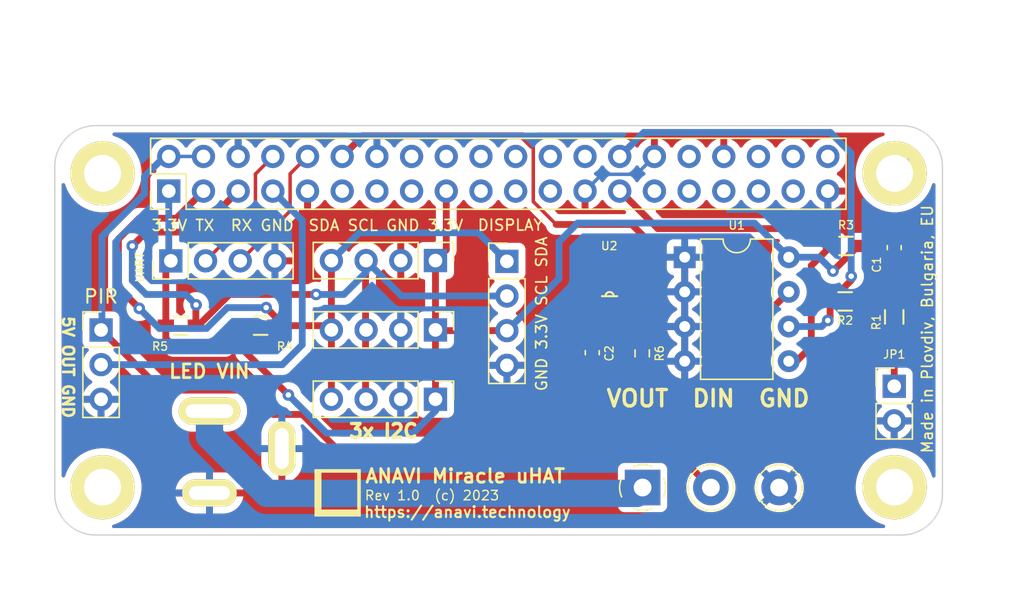
<source format=kicad_pcb>
(kicad_pcb (version 20211014) (generator pcbnew)
  (title_block (title "Anavi Infra pHAT") (date "2017-01-21") (company "Anavi Technology"))
  (layers (0 "F.Cu" signal) (31 "B.Cu" signal) (34 "B.Paste" user) (35 "F.Paste" user) (36 "B.SilkS" user "B.Silkscreen") (37 "F.SilkS" user "F.Silkscreen") (38 "B.Mask" user) (39 "F.Mask" user) (44 "Edge.Cuts" user))
  (net 0 "")
  (net 1 "+3V3")
  (net 2 "GND")
  (net 3 "+5V")
  (net 4 "Net-(JP1-Pad1)")
  (net 5 "Net-(R2-Pad2)")
  (net 6 "Net-(R3-Pad2)")
  (net 7 "/TXD")
  (net 8 "/RXD")
  (net 9 "Net-(PIR1-Pad2)")
  (net 10 "Net-(DC1-Pad3)")
  (net 11 "Net-(R4-Pad2)")
  (net 12 "Net-(R5-Pad2)")
  (net 13 "Net-(R6-Pad2)")
  (net 14 "Net-(L1-Pad2)")
  (net 16 "Net-(RASP_CONN1-Pad12)")
  (footprint "Capacitor_SMD:C_0603_1608Metric_Pad1.08x0.95mm_HandSolder" (layer "F.Cu") (at 209.97 83.94 90)
    (fp_text reference "C1" (at -1.2516 -1.2836 90) (layer "F.SilkS") (effects (font (size 0.6 0.6) (thickness 0.1))))
    (fp_text value "100nF")
    (fp_line (start -0.146267 -0.51) (end 0.146267 -0.51) (layer "F.SilkS") (width 0.12))
    (fp_line (start -0.146267 0.51) (end 0.146267 0.51) (layer "F.SilkS") (width 0.12))
    (pad "1" smd roundrect (at -0.8625 0 90) (size 1.075 0.95) (layers "F.Cu" "F.Paste" "F.Mask") (net 1 "+3V3"))
    (pad "2" smd roundrect (at 0.8625 0 90) (size 1.075 0.95) (layers "F.Cu" "F.Paste" "F.Mask") (net 2 "GND"))
  )
  (footprint "Connector_PinHeader_2.54mm:PinHeader_1x02_P2.54mm_Vertical" (layer "F.Cu") (at 209.97 94.1)
    (fp_text reference "JP1" (at 0 -2.33) (layer "F.SilkS") (effects (font (size 0.6 0.6) (thickness 0.1))))
    (fp_text value "JUMPER" hide)
    (fp_line (start -1.33 1.27) (end -1.33 3.87) (layer "F.SilkS") (width 0.12))
    (fp_line (start -1.33 -1.33) (end 0 -1.33) (layer "F.SilkS") (width 0.12))
    (fp_line (start -1.33 1.27) (end 1.33 1.27) (layer "F.SilkS") (width 0.12))
    (fp_line (start -1.33 3.87) (end 1.33 3.87) (layer "F.SilkS") (width 0.12))
    (fp_line (start 1.33 1.27) (end 1.33 3.87) (layer "F.SilkS") (width 0.12))
    (fp_line (start -1.33 0) (end -1.33 -1.33) (layer "F.SilkS") (width 0.12))
    (pad "1" thru_hole rect (at 0 0) (size 1.7 1.7) (drill 1) (layers *.Cu *.Mask) (net 4 "Net-(JP1-Pad1)"))
    (pad "2" thru_hole oval (at 0 2.54) (size 1.7 1.7) (drill 1) (layers *.Cu *.Mask) (net 2 "GND"))
  )
  (footprint "Resistors_SMD:R_0603_HandSoldering" (layer "F.Cu") (at 209.97 89.02 -90)
    (fp_text reference "R1" (at 0.388 1.309 -90) (layer "F.SilkS") (effects (font (size 0.6 0.6) (thickness 0.1))))
    (fp_text value "1K" hide)
    (fp_line (start 0.5 0.675) (end -0.5 0.675) (layer "F.SilkS") (width 0.15))
    (fp_line (start -0.5 -0.675) (end 0.5 -0.675) (layer "F.SilkS") (width 0.15))
    (pad "1" smd rect locked (at -1.1 0 270) (size 1.2 0.9) (layers "F.Cu" "F.Paste" "F.Mask") (net 1 "+3V3"))
    (pad "2" smd rect locked (at 1.1 0 270) (size 1.2 0.9) (layers "F.Cu" "F.Paste" "F.Mask") (net 4 "Net-(JP1-Pad1)"))
  )
  (footprint "Resistors_SMD:R_0603_HandSoldering" (layer "F.Cu") (at 206.375 87.884 180)
    (fp_text reference "R2" (at 0 -1.397 180) (layer "F.SilkS") (effects (font (size 0.6 0.6) (thickness 0.1))))
    (fp_text value "4.7K" hide)
    (fp_line (start -0.5 -0.675) (end 0.5 -0.675) (layer "F.SilkS") (width 0.15))
    (fp_line (start 0.5 0.675) (end -0.5 0.675) (layer "F.SilkS") (width 0.15))
    (pad "1" smd rect locked (at -1.1 0 180) (size 1.2 0.9) (layers "F.Cu" "F.Paste" "F.Mask") (net 1 "+3V3"))
    (pad "2" smd rect locked (at 1.1 0 180) (size 1.2 0.9) (layers "F.Cu" "F.Paste" "F.Mask") (net 5 "Net-(R2-Pad2)"))
  )
  (footprint "Resistors_SMD:R_0603_HandSoldering" (layer "F.Cu") (at 206.4385 83.82 180)
    (fp_text reference "R3" (at 0 1.524 180) (layer "F.SilkS") (effects (font (size 0.6 0.6) (thickness 0.1))))
    (fp_text value "4.7K" hide)
    (fp_line (start 0.5 0.675) (end -0.5 0.675) (layer "F.SilkS") (width 0.15))
    (fp_line (start -0.5 -0.675) (end 0.5 -0.675) (layer "F.SilkS") (width 0.15))
    (pad "1" smd rect locked (at -1.1 0 180) (size 1.2 0.9) (layers "F.Cu" "F.Paste" "F.Mask") (net 1 "+3V3"))
    (pad "2" smd rect locked (at 1.1 0 180) (size 1.2 0.9) (layers "F.Cu" "F.Paste" "F.Mask") (net 6 "Net-(R3-Pad2)"))
  )
  (footprint "Connector_PinHeader_2.54mm:PinHeader_2x20_P2.54mm_Vertical" (layer "F.Cu") (at 156.85 79.8 90)
    (fp_text reference "RASP_CONN1" hide)
    (fp_text value "Raspberry_PI" hide)
    (fp_line (start -1.33 0) (end -1.33 -1.33) (layer "F.SilkS") (width 0.12))
    (fp_line (start -1.33 49.59) (end 3.87 49.59) (layer "F.SilkS") (width 0.12))
    (fp_line (start 1.27 -1.33) (end 3.87 -1.33) (layer "F.SilkS") (width 0.12))
    (fp_line (start 1.27 1.27) (end 1.27 -1.33) (layer "F.SilkS") (width 0.12))
    (fp_line (start -1.33 -1.33) (end 0 -1.33) (layer "F.SilkS") (width 0.12))
    (fp_line (start -1.33 1.27) (end 1.27 1.27) (layer "F.SilkS") (width 0.12))
    (fp_line (start 3.87 -1.33) (end 3.87 49.59) (layer "F.SilkS") (width 0.12))
    (fp_line (start -1.33 1.27) (end -1.33 49.59) (layer "F.SilkS") (width 0.12))
    (pad "1" thru_hole rect (at 0 0 90) (size 1.7 1.7) (drill 1) (layers *.Cu *.Mask) (net 1 "+3V3"))
    (pad "2" thru_hole oval (at 2.54 0 90) (size 1.7 1.7) (drill 1) (layers *.Cu *.Mask) (net 3 "+5V"))
    (pad "3" thru_hole oval (at 0 2.54 90) (size 1.7 1.7) (drill 1) (layers *.Cu *.Mask) (net 11 "Net-(R4-Pad2)"))
    (pad "4" thru_hole oval (at 2.54 2.54 90) (size 1.7 1.7) (drill 1) (layers *.Cu *.Mask) (net 3 "+5V"))
    (pad "5" thru_hole oval (at 0 5.08 90) (size 1.7 1.7) (drill 1) (layers *.Cu *.Mask) (net 12 "Net-(R5-Pad2)"))
    (pad "6" thru_hole oval (at 2.54 5.08 90) (size 1.7 1.7) (drill 1) (layers *.Cu *.Mask) (net 2 "GND"))
    (pad "7" thru_hole oval (at 0 7.62 90) (size 1.7 1.7) (drill 1) (layers *.Cu *.Mask) (net 9 "Net-(PIR1-Pad2)"))
    (pad "8" thru_hole oval (at 2.54 7.62 90) (size 1.7 1.7) (drill 1) (layers *.Cu *.Mask) (net 7 "/TXD"))
    (pad "9" thru_hole oval (at 0 10.16 90) (size 1.7 1.7) (drill 1) (layers *.Cu *.Mask) (net 2 "GND"))
    (pad "10" thru_hole oval (at 2.54 10.16 90) (size 1.7 1.7) (drill 1) (layers *.Cu *.Mask) (net 8 "/RXD"))
    (pad "11" thru_hole oval (at 0 12.7 90) (size 1.7 1.7) (drill 1) (layers *.Cu *.Mask))
    (pad "12" thru_hole oval (at 2.54 12.7 90) (size 1.7 1.7) (drill 1) (layers *.Cu *.Mask) (net 16 "Net-(RASP_CONN1-Pad12)"))
    (pad "13" thru_hole oval (at 0 15.24 90) (size 1.7 1.7) (drill 1) (layers *.Cu *.Mask))
    (pad "14" thru_hole oval (at 2.54 15.24 90) (size 1.7 1.7) (drill 1) (layers *.Cu *.Mask) (net 2 "GND"))
    (pad "15" thru_hole oval (at 0 17.78 90) (size 1.7 1.7) (drill 1) (layers *.Cu *.Mask))
    (pad "16" thru_hole oval (at 2.54 17.78 90) (size 1.7 1.7) (drill 1) (layers *.Cu *.Mask))
    (pad "17" thru_hole oval (at 0 20.32 90) (size 1.7 1.7) (drill 1) (layers *.Cu *.Mask) (net 1 "+3V3"))
    (pad "18" thru_hole oval (at 2.54 20.32 90) (size 1.7 1.7) (drill 1) (layers *.Cu *.Mask))
    (pad "19" thru_hole oval (at 0 22.86 90) (size 1.7 1.7) (drill 1) (layers *.Cu *.Mask))
    (pad "20" thru_hole oval (at 2.54 22.86 90) (size 1.7 1.7) (drill 1) (layers *.Cu *.Mask))
    (pad "21" thru_hole oval (at 0 25.4 90) (size 1.7 1.7) (drill 1) (layers *.Cu *.Mask))
    (pad "22" thru_hole oval (at 2.54 25.4 90) (size 1.7 1.7) (drill 1) (layers *.Cu *.Mask))
    (pad "23" thru_hole oval (at 0 27.94 90) (size 1.7 1.7) (drill 1) (layers *.Cu *.Mask))
    (pad "24" thru_hole oval (at 2.54 27.94 90) (size 1.7 1.7) (drill 1) (layers *.Cu *.Mask))
    (pad "25" thru_hole oval (at 0 30.48 90) (size 1.7 1.7) (drill 1) (layers *.Cu *.Mask) (net 2 "GND"))
    (pad "26" thru_hole oval (at 2.54 30.48 90) (size 1.7 1.7) (drill 1) (layers *.Cu *.Mask))
    (pad "27" thru_hole oval (at 0 33.02 90) (size 1.7 1.7) (drill 1) (layers *.Cu *.Mask) (net 6 "Net-(R3-Pad2)"))
    (pad "28" thru_hole oval (at 2.54 33.02 90) (size 1.7 1.7) (drill 1) (layers *.Cu *.Mask) (net 5 "Net-(R2-Pad2)"))
    (pad "29" thru_hole oval (at 0 35.56 90) (size 1.7 1.7) (drill 1) (layers *.Cu *.Mask))
    (pad "30" thru_hole oval (at 2.54 35.56 90) (size 1.7 1.7) (drill 1) (layers *.Cu *.Mask) (net 2 "GND"))
    (pad "31" thru_hole oval (at 0 38.1 90) (size 1.7 1.7) (drill 1) (layers *.Cu *.Mask))
    (pad "32" thru_hole oval (at 2.54 38.1 90) (size 1.7 1.7) (drill 1) (layers *.Cu *.Mask))
    (pad "33" thru_hole oval (at 0 40.64 90) (size 1.7 1.7) (drill 1) (layers *.Cu *.Mask))
    (pad "34" thru_hole oval (at 2.54 40.64 90) (size 1.7 1.7) (drill 1) (layers *.Cu *.Mask) (net 2 "GND"))
    (pad "35" thru_hole oval (at 0 43.18 90) (size 1.7 1.7) (drill 1) (layers *.Cu *.Mask))
    (pad "36" thru_hole oval (at 2.54 43.18 90) (size 1.7 1.7) (drill 1) (layers *.Cu *.Mask))
    (pad "37" thru_hole oval (at 0 45.72 90) (size 1.7 1.7) (drill 1) (layers *.Cu *.Mask))
    (pad "38" thru_hole oval (at 2.54 45.72 90) (size 1.7 1.7) (drill 1) (layers *.Cu *.Mask))
    (pad "39" thru_hole oval (at 0 48.26 90) (size 1.7 1.7) (drill 1) (layers *.Cu *.Mask) (net 2 "GND"))
    (pad "40" thru_hole oval (at 2.54 48.26 90) (size 1.7 1.7) (drill 1) (layers *.Cu *.Mask))
  )
  (footprint "Connector_PinHeader_2.54mm:PinHeader_1x04_P2.54mm_Vertical" (layer "F.Cu") (at 176.3785 95.0525 -90)
    (fp_text reference "SENS1" hide)
    (fp_text value "I2C_SENS_1" hide)
    (fp_line (start -1.33 -1.33) (end 0 -1.33) (layer "F.SilkS") (width 0.12))
    (fp_line (start -1.33 8.95) (end 1.33 8.95) (layer "F.SilkS") (width 0.12))
    (fp_line (start -1.33 0) (end -1.33 -1.33) (layer "F.SilkS") (width 0.12))
    (fp_line (start -1.33 1.27) (end 1.33 1.27) (layer "F.SilkS") (width 0.12))
    (fp_line (start 1.33 1.27) (end 1.33 8.95) (layer "F.SilkS") (width 0.12))
    (fp_line (start -1.33 1.27) (end -1.33 8.95) (layer "F.SilkS") (width 0.12))
    (pad "1" thru_hole rect (at 0 0 270) (size 1.7 1.7) (drill 1) (layers *.Cu *.Mask) (net 1 "+3V3"))
    (pad "2" thru_hole oval (at 0 2.54 270) (size 1.7 1.7) (drill 1) (layers *.Cu *.Mask) (net 2 "GND"))
    (pad "3" thru_hole oval (at 0 5.08 270) (size 1.7 1.7) (drill 1) (layers *.Cu *.Mask) (net 12 "Net-(R5-Pad2)"))
    (pad "4" thru_hole oval (at 0 7.62 270) (size 1.7 1.7) (drill 1) (layers *.Cu *.Mask) (net 11 "Net-(R4-Pad2)"))
  )
  (footprint "Connector_PinHeader_2.54mm:PinHeader_1x04_P2.54mm_Vertical" (layer "F.Cu") (at 176.3785 89.9725 -90)
    (fp_text reference "SENS2" hide)
    (fp_text value "I2C_SENS_1" hide)
    (fp_line (start -1.33 8.95) (end 1.33 8.95) (layer "F.SilkS") (width 0.12))
    (fp_line (start -1.33 -1.33) (end 0 -1.33) (layer "F.SilkS") (width 0.12))
    (fp_line (start 1.33 1.27) (end 1.33 8.95) (layer "F.SilkS") (width 0.12))
    (fp_line (start -1.33 1.27) (end -1.33 8.95) (layer "F.SilkS") (width 0.12))
    (fp_line (start -1.33 0) (end -1.33 -1.33) (layer "F.SilkS") (width 0.12))
    (fp_line (start -1.33 1.27) (end 1.33 1.27) (layer "F.SilkS") (width 0.12))
    (pad "1" thru_hole rect (at 0 0 270) (size 1.7 1.7) (drill 1) (layers *.Cu *.Mask) (net 1 "+3V3"))
    (pad "2" thru_hole oval (at 0 2.54 270) (size 1.7 1.7) (drill 1) (layers *.Cu *.Mask) (net 2 "GND"))
    (pad "3" thru_hole oval (at 0 5.08 270) (size 1.7 1.7) (drill 1) (layers *.Cu *.Mask) (net 12 "Net-(R5-Pad2)"))
    (pad "4" thru_hole oval (at 0 7.62 270) (size 1.7 1.7) (drill 1) (layers *.Cu *.Mask) (net 11 "Net-(R4-Pad2)"))
  )
  (footprint "Connector_PinHeader_2.54mm:PinHeader_1x04_P2.54mm_Vertical" (layer "F.Cu") (at 176.3785 84.8925 -90)
    (fp_text reference "SENS3" hide)
    (fp_text value "I2C_SENS_1" hide)
    (fp_line (start 1.33 1.27) (end 1.33 8.95) (layer "F.SilkS") (width 0.12))
    (fp_line (start -1.33 1.27) (end 1.33 1.27) (layer "F.SilkS") (width 0.12))
    (fp_line (start -1.33 1.27) (end -1.33 8.95) (layer "F.SilkS") (width 0.12))
    (fp_line (start -1.33 0) (end -1.33 -1.33) (layer "F.SilkS") (width 0.12))
    (fp_line (start -1.33 8.95) (end 1.33 8.95) (layer "F.SilkS") (width 0.12))
    (fp_line (start -1.33 -1.33) (end 0 -1.33) (layer "F.SilkS") (width 0.12))
    (pad "1" thru_hole rect (at 0 0 270) (size 1.7 1.7) (drill 1) (layers *.Cu *.Mask) (net 1 "+3V3"))
    (pad "2" thru_hole oval (at 0 2.54 270) (size 1.7 1.7) (drill 1) (layers *.Cu *.Mask) (net 2 "GND"))
    (pad "3" thru_hole oval (at 0 5.08 270) (size 1.7 1.7) (drill 1) (layers *.Cu *.Mask) (net 12 "Net-(R5-Pad2)"))
    (pad "4" thru_hole oval (at 0 7.62 270) (size 1.7 1.7) (drill 1) (layers *.Cu *.Mask) (net 11 "Net-(R4-Pad2)"))
  )
  (footprint "Package_DIP:DIP-8_W7.62mm" (layer "F.Cu") (at 194.6275 84.6455)
    (fp_text reference "U1" (at 3.81 -2.33) (layer "F.SilkS") (effects (font (size 0.6 0.6) (thickness 0.1))))
    (fp_text value "CAT24C32WI-GT3")
    (fp_line (start 2.81 -1.33) (end 1.16 -1.33) (layer "F.SilkS") (width 0.12))
    (fp_line (start 1.16 -1.33) (end 1.16 8.95) (layer "F.SilkS") (width 0.12))
    (fp_line (start 6.46 -1.33) (end 4.81 -1.33) (layer "F.SilkS") (width 0.12))
    (fp_line (start 6.46 8.95) (end 6.46 -1.33) (layer "F.SilkS") (width 0.12))
    (fp_line (start 1.16 8.95) (end 6.46 8.95) (layer "F.SilkS") (width 0.12))
    (fp_arc (start 4.81 -1.33) (mid 3.81 -0.33) (end 2.81 -1.33) (layer "F.SilkS") (width 0.12))
    (pad "1" thru_hole rect (at 0 0) (size 1.6 1.6) (drill 0.8) (layers *.Cu *.Mask) (net 2 "GND"))
    (pad "2" thru_hole oval (at 0 2.54) (size 1.6 1.6) (drill 0.8) (layers *.Cu *.Mask) (net 2 "GND"))
    (pad "3" thru_hole oval (at 0 5.08) (size 1.6 1.6) (drill 0.8) (layers *.Cu *.Mask) (net 2 "GND"))
    (pad "4" thru_hole oval (at 0 7.62) (size 1.6 1.6) (drill 0.8) (layers *.Cu *.Mask) (net 2 "GND"))
    (pad "5" thru_hole oval (at 7.62 7.62) (size 1.6 1.6) (drill 0.8) (layers *.Cu *.Mask) (net 6 "Net-(R3-Pad2)"))
    (pad "6" thru_hole oval (at 7.62 5.08) (size 1.6 1.6) (drill 0.8) (layers *.Cu *.Mask) (net 5 "Net-(R2-Pad2)"))
    (pad "7" thru_hole oval (at 7.62 2.54) (size 1.6 1.6) (drill 0.8) (layers *.Cu *.Mask) (net 4 "Net-(JP1-Pad1)"))
    (pad "8" thru_hole oval (at 7.62 0) (size 1.6 1.6) (drill 0.8) (layers *.Cu *.Mask) (net 1 "+3V3"))
  )
  (footprint "Connector_PinHeader_2.54mm:PinHeader_1x04_P2.54mm_Vertical" (layer "F.Cu") (at 157.0035 84.9125 90)
    (fp_text reference "UART" (at -0.4823 -2.2667 90) (layer "F.SilkS") (effects (font (size 0.6 0.6) (thickness 0.1))))
    (fp_text value "CONN_01X04" hide)
    (fp_line (start -1.33 -1.33) (end 0 -1.33) (layer "F.SilkS") (width 0.12))
    (fp_line (start -1.33 1.27) (end 1.33 1.27) (layer "F.SilkS") (width 0.12))
    (fp_line (start 1.33 1.27) (end 1.33 8.95) (layer "F.SilkS") (width 0.12))
    (fp_line (start -1.33 1.27) (end -1.33 8.95) (layer "F.SilkS") (width 0.12))
    (fp_line (start -1.33 0) (end -1.33 -1.33) (layer "F.SilkS") (width 0.12))
    (fp_line (start -1.33 8.95) (end 1.33 8.95) (layer "F.SilkS") (width 0.12))
    (pad "1" thru_hole rect (at 0 0 90) (size 1.7 1.7) (drill 1) (layers *.Cu *.Mask) (net 1 "+3V3"))
    (pad "2" thru_hole oval (at 0 2.54 90) (size 1.7 1.7) (drill 1) (layers *.Cu *.Mask) (net 7 "/TXD"))
    (pad "3" thru_hole oval (at 0 5.08 90) (size 1.7 1.7) (drill 1) (layers *.Cu *.Mask) (net 8 "/RXD"))
    (pad "4" thru_hole oval (at 0 7.62 90) (size 1.7 1.7) (drill 1) (layers *.Cu *.Mask) (net 2 "GND"))
  )
  (footprint "logo:anavi-logo" (layer "F.Cu") (at 169.2148 101.9556)
    (fp_text reference "" hide)
    (fp_text value "LOGO" hide)
    (fp_poly (pts (xy 1.693334 1.693334) (xy -1.693333 1.693334) (xy -1.693333 -1.524) (xy -1.185333 -1.524) (xy -1.185333 1.185334) (xy 1.439334 1.185334) (xy 1.439334 -1.524) (xy -1.185333 -1.524) (xy -1.693333 -1.524) (xy -1.693333 -1.778) (xy 1.693334 -1.778) (xy 1.693334 1.693334)) (layer "F.SilkS") (width 0.01) (fill solid))
  )
  (footprint "Mounting_Holes:MountingHole_2.7mm_M2.5_DIN965_Pad" (layer "F.Cu") (at 152 78.5)
    (fp_text reference "REF1" hide)
    (fp_text value "MountingHole_2.7mm_M2.5_DIN965_Pad" hide)
    (pad "1" thru_hole circle locked (at 0 0) (size 4.7 4.7) (drill 2.7) (layers *.Cu *.Mask "F.SilkS"))
  )
  (footprint "Mounting_Holes:MountingHole_2.7mm_M2.5_DIN965_Pad" (layer "F.Cu") (at 210 78.5)
    (fp_text reference "REF2" hide)
    (fp_text value "MountingHole_2.7mm_M2.5_DIN965_Pad" hide)
    (pad "2" thru_hole circle locked (at 0 0) (size 4.7 4.7) (drill 2.7) (layers *.Cu *.Mask "F.SilkS"))
  )
  (footprint "Mounting_Holes:MountingHole_2.7mm_M2.5_DIN965_Pad" (layer "F.Cu") (at 210 101.5)
    (fp_text reference "REF3" hide)
    (fp_text value "MountingHole_2.7mm_M2.5_DIN965_Pad" hide)
    (pad "3" thru_hole circle locked (at 0 0) (size 4.7 4.7) (drill 2.7) (layers *.Cu *.Mask "F.SilkS"))
  )
  (footprint "Mounting_Holes:MountingHole_2.7mm_M2.5_DIN965_Pad" (layer "F.Cu") (at 152 101.5)
    (fp_text reference "REF4" hide)
    (fp_text value "MountingHole_2.7mm_M2.5_DIN965_Pad" hide)
    (pad "4" thru_hole circle locked (at 0 0) (size 4.7 4.7) (drill 2.7) (layers *.Cu *.Mask "F.SilkS"))
  )
  (footprint "w_conn_misc:dc_socket" (layer "F.Cu") (at 159.8295 102.1715)
    (fp_text reference "DC1" hide)
    (fp_text value "dc_jack" hide)
    (pad "1" thru_hole oval (at 5.30098 -3.50012) (size 1.99898 4.0005) (drill oval 1.00076 2.99974) (layers *.Cu *.Mask "F.SilkS") (net 2 "GND"))
    (pad "2" thru_hole oval (at 0 -0.24892) (size 4.0005 1.99898) (drill oval 2.99974 1.00076) (layers *.Cu *.Mask "F.SilkS") (net 2 "GND"))
    (pad "3" thru_hole oval (at 0 -6.25094) (size 4.50088 1.99898) (drill oval 3.50012 1.00076) (layers *.Cu *.Mask "F.SilkS") (net 10 "Net-(DC1-Pad3)"))
  )
  (footprint "Connector_PinHeader_2.54mm:PinHeader_1x03_P2.54mm_Vertical" (layer "F.Cu") (at 151.892 89.9795)
    (fp_text reference "PIR" (at 0 -2.4511) (layer "F.SilkS"))
    (fp_text value "CONN_01X03" hide)
    (fp_line (start -1.33 0) (end -1.33 -1.33) (layer "F.SilkS") (width 0.12))
    (fp_line (start -1.33 -1.33) (end 0 -1.33) (layer "F.SilkS") (width 0.12))
    (fp_line (start -1.33 6.41) (end 1.33 6.41) (layer "F.SilkS") (width 0.12))
    (fp_line (start 1.33 1.27) (end 1.33 6.41) (layer "F.SilkS") (width 0.12))
    (fp_line (start -1.33 1.27) (end 1.33 1.27) (layer "F.SilkS") (width 0.12))
    (fp_line (start -1.33 1.27) (end -1.33 6.41) (layer "F.SilkS") (width 0.12))
    (pad "1" thru_hole rect (at 0 0) (size 1.7 1.7) (drill 1) (layers *.Cu *.Mask) (net 3 "+5V"))
    (pad "2" thru_hole oval (at 0 2.54) (size 1.7 1.7) (drill 1) (layers *.Cu *.Mask) (net 9 "Net-(PIR1-Pad2)"))
    (pad "3" thru_hole oval (at 0 5.08) (size 1.7 1.7) (drill 1) (layers *.Cu *.Mask) (net 2 "GND"))
  )
  (footprint "Resistors_SMD:R_0603_HandSoldering" (layer "F.Cu") (at 163.576 89.662)
    (fp_text reference "R4" (at 1.778 1.524) (layer "F.SilkS") (effects (font (size 0.6 0.6) (thickness 0.1))))
    (fp_text value "4.7K")
    (fp_line (start 0.5 0.675) (end -0.5 0.675) (layer "F.SilkS") (width 0.15))
    (fp_line (start -0.5 -0.675) (end 0.5 -0.675) (layer "F.SilkS") (width 0.15))
    (pad "1" smd rect locked (at -1.1 0) (size 1.2 0.9) (layers "F.Cu" "F.Paste" "F.Mask") (net 1 "+3V3"))
    (pad "2" smd rect locked (at 1.1 0) (size 1.2 0.9) (layers "F.Cu" "F.Paste" "F.Mask") (net 11 "Net-(R4-Pad2)"))
  )
  (footprint "Resistors_SMD:R_0603_HandSoldering" (layer "F.Cu") (at 157.734 89.662)
    (fp_text reference "R5" (at -1.524 1.524) (layer "F.SilkS") (effects (font (size 0.6 0.6) (thickness 0.1))))
    (fp_text value "4.7K")
    (fp_line (start -0.5 -0.675) (end 0.5 -0.675) (layer "F.SilkS") (width 0.15))
    (fp_line (start 0.5 0.675) (end -0.5 0.675) (layer "F.SilkS") (width 0.15))
    (pad "1" smd rect locked (at -1.1 0) (size 1.2 0.9) (layers "F.Cu" "F.Paste" "F.Mask") (net 1 "+3V3"))
    (pad "2" smd rect locked (at 1.1 0) (size 1.2 0.9) (layers "F.Cu" "F.Paste" "F.Mask") (net 12 "Net-(R5-Pad2)"))
  )
  (footprint "Capacitor_SMD:C_0603_1608Metric_Pad1.08x0.95mm_HandSolder" (layer "F.Cu") (at 187.8584 91.6432 -90)
    (fp_text reference "C2" (at 0.0508 -1.2446 -90) (layer "F.SilkS") (effects (font (size 0.6 0.6) (thickness 0.1))))
    (fp_text value "100nF")
    (fp_line (start -0.146267 0.51) (end 0.146267 0.51) (layer "F.SilkS") (width 0.12))
    (fp_line (start -0.146267 -0.51) (end 0.146267 -0.51) (layer "F.SilkS") (width 0.12))
    (pad "1" smd roundrect (at -0.8625 0 270) (size 1.075 0.95) (layers "F.Cu" "F.Paste" "F.Mask") (net 3 "+5V"))
    (pad "2" smd roundrect (at 0.8625 0 270) (size 1.075 0.95) (layers "F.Cu" "F.Paste" "F.Mask") (net 2 "GND"))
  )
  (footprint "TerminalBlock_Phoenix:TerminalBlock_Phoenix_MKDS-1,5-3_1x03_P5.00mm_Horizontal" (layer "F.Cu") (at 191.5452 101.524)
    (fp_text reference "L1" hide)
    (fp_text value "Screw_Terminal_01x03" hide)
    (fp_line (start 3.773 1.023) (end 3.726 1.069) (layer "F.SilkS") (width 0.12))
    (fp_line (start 8.773 1.023) (end 8.726 1.069) (layer "F.SilkS") (width 0.12))
    (fp_line (start 6.07 -1.275) (end 6.035 -1.239) (layer "F.SilkS") (width 0.12))
    (fp_line (start 6.275 -1.069) (end 6.228 -1.023) (layer "F.SilkS") (width 0.12))
    (fp_line (start 3.966 1.239) (end 3.931 1.274) (layer "F.SilkS") (width 0.12))
    (fp_line (start 11.07 -1.275) (end 11.035 -1.239) (layer "F.SilkS") (width 0.12))
    (fp_line (start 8.966 1.239) (end 8.931 1.274) (layer "F.SilkS") (width 0.12))
    (fp_line (start 11.275 -1.069) (end 11.228 -1.023) (layer "F.SilkS") (width 0.12))
    (fp_arc (start 0.028805 1.680253) (mid -0.335551 1.646659) (end -0.684 1.535) (layer "F.SilkS") (width 0.12))
    (fp_arc (start -0.683042 -1.535427) (mid 0.000524 -1.680501) (end 0.684 -1.535) (layer "F.SilkS") (width 0.12))
    (fp_arc (start 1.535427 -0.683042) (mid 1.680501 0.000524) (end 1.535 0.684) (layer "F.SilkS") (width 0.12))
    (fp_arc (start 0.683318 1.534756) (mid 0.349292 1.643288) (end 0 1.68) (layer "F.SilkS") (width 0.12))
    (fp_arc (start -1.535427 0.683042) (mid -1.680501 -0.000524) (end -1.535 -0.684) (layer "F.SilkS") (width 0.12))
    (fp_circle (center 5 0) (end 6.68 0) (layer "F.SilkS") (width 0.12) (fill none))
    (fp_circle (center 10 0) (end 11.68 0) (layer "F.SilkS") (width 0.12) (fill none))
    (pad "1" thru_hole rect (at 0 0) (size 2.6 2.6) (drill 1.3) (layers *.Cu *.Mask) (net 10 "Net-(DC1-Pad3)"))
    (pad "2" thru_hole circle (at 5 0) (size 2.6 2.6) (drill 1.3) (layers *.Cu *.Mask) (net 14 "Net-(L1-Pad2)"))
    (pad "3" thru_hole circle (at 10 0) (size 2.6 2.6) (drill 1.3) (layers *.Cu *.Mask) (net 2 "GND"))
  )
  (footprint "74LVC1G17W5-7:SOT95P280X145-5N" (layer "F.Cu") (at 189.1284 85.9536 180)
    (fp_text reference "U2" (at 0.0254 2.1336 180) (layer "F.SilkS") (effects (font (size 0.6 0.6) (thickness 0.1))))
    (fp_text value "74LVC1G17W5-7")
    (fp_line (start 0.5588 -1.5494) (end 0.3048 -1.5494) (layer "F.SilkS") (width 0.1524))
    (fp_line (start -0.3048 -1.5494) (end -0.5588 -1.5494) (layer "F.SilkS") (width 0.1524))
    (fp_line (start 0.3048 -1.5494) (end -0.3048 -1.5494) (layer "F.SilkS") (width 0.1524))
    (fp_arc (start 0.3048 -1.5494) (mid 0 -1.2446) (end -0.3048 -1.5494) (layer "F.SilkS") (width 0.1524))
    (pad "1" smd rect locked (at -1.27 -0.9398 180) (size 1.3208 0.5588) (layers "F.Cu" "F.Paste" "F.Mask"))
    (pad "2" smd rect locked (at -1.27 0 180) (size 1.3208 0.5588) (layers "F.Cu" "F.Paste" "F.Mask") (net 16 "Net-(RASP_CONN1-Pad12)"))
    (pad "3" smd rect locked (at -1.27 0.9398 180) (size 1.3208 0.5588) (layers "F.Cu" "F.Paste" "F.Mask") (net 2 "GND"))
    (pad "4" smd rect locked (at 1.27 0.9398 180) (size 1.3208 0.5588) (layers "F.Cu" "F.Paste" "F.Mask") (net 13 "Net-(R6-Pad2)"))
    (pad "5" smd rect locked (at 1.27 -0.9398 180) (size 1.3208 0.5588) (layers "F.Cu" "F.Paste" "F.Mask") (net 3 "+5V"))
  )
  (footprint "Resistor_SMD:R_0603_1608Metric_Pad0.98x0.95mm_HandSolder" (layer "F.Cu") (at 191.516 91.694 90)
    (fp_text reference "R6" (at 0 1.27 90) (layer "F.SilkS") (effects (font (size 0.6 0.6) (thickness 0.1))))
    (fp_text value "330R")
    (fp_line (start -0.254724 -0.5225) (end 0.254724 -0.5225) (layer "F.SilkS") (width 0.12))
    (fp_line (start -0.254724 0.5225) (end 0.254724 0.5225) (layer "F.SilkS") (width 0.12))
    (pad "1" smd roundrect (at -0.9125 0 90) (size 0.975 0.95) (layers "F.Cu" "F.Paste" "F.Mask") (net 14 "Net-(L1-Pad2)"))
    (pad "2" smd roundrect (at 0.9125 0 90) (size 0.975 0.95) (layers "F.Cu" "F.Paste" "F.Mask") (net 13 "Net-(R6-Pad2)"))
  )
  (footprint "Connector_PinHeader_2.54mm:PinHeader_1x04_P2.54mm_Vertical" (layer "F.Cu") (at 181.61 84.9476)
    (fp_text reference "SENS4" hide)
    (fp_text value "CONN_01X04" hide)
    (fp_line (start -1.33 8.95) (end 1.33 8.95) (layer "F.SilkS") (width 0.12))
    (fp_line (start -1.33 0) (end -1.33 -1.33) (layer "F.SilkS") (width 0.12))
    (fp_line (start -1.33 1.27) (end -1.33 8.95) (layer "F.SilkS") (width 0.12))
    (fp_line (start -1.33 1.27) (end 1.33 1.27) (layer "F.SilkS") (width 0.12))
    (fp_line (start 1.33 1.27) (end 1.33 8.95) (layer "F.SilkS") (width 0.12))
    (fp_line (start -1.33 -1.33) (end 0 -1.33) (layer "F.SilkS") (width 0.12))
    (pad "1" thru_hole rect (at 0 0) (size 1.7 1.7) (drill 1) (layers *.Cu *.Mask) (net 11 "Net-(R4-Pad2)"))
    (pad "2" thru_hole oval (at 0 2.54) (size 1.7 1.7) (drill 1) (layers *.Cu *.Mask) (net 12 "Net-(R5-Pad2)"))
    (pad "3" thru_hole oval (at 0 5.08) (size 1.7 1.7) (drill 1) (layers *.Cu *.Mask) (net 1 "+3V3"))
    (pad "4" thru_hole oval (at 0 7.62) (size 1.7 1.7) (drill 1) (layers *.Cu *.Mask) (net 2 "GND"))
  )
  (gr_arc (start 151.5011 105.0036) (mid 149.37978 104.12492) (end 148.5011 102.0036) (layer "Edge.Cuts") (width 0.1))
  (gr_circle (center 211.0011 101.5036) (end 211.0011 101.5036) (layer "Edge.Cuts") (width 0.1) (fill none))
  (gr_circle (center 152.0011 101.5036) (end 152.0011 101.5036) (layer "Edge.Cuts") (width 0.1) (fill none))
  (gr_arc (start 213.5011 102.0036) (mid 212.62242 104.12492) (end 210.5011 105.0036) (layer "Edge.Cuts") (width 0.1))
  (gr_line (start 151.5011 75.0036) (end 210.5011 75.0036) (layer "Edge.Cuts") (width 0.1))
  (gr_arc (start 148.5011 78.0036) (mid 149.37978 75.88228) (end 151.5011 75.0036) (layer "Edge.Cuts") (width 0.1))
  (gr_line (start 148.5011 102.0036) (end 148.5011 78.0036) (layer "Edge.Cuts") (width 0.1))
  (gr_circle (center 211.0011 77.5036) (end 211.0011 77.5036) (layer "Edge.Cuts") (width 0.1) (fill none))
  (gr_arc (start 210.5011 75.0036) (mid 212.62242 75.88228) (end 213.5011 78.0036) (layer "Edge.Cuts") (width 0.1))
  (gr_line (start 210.5011 105.0036) (end 151.5011 105.0036) (layer "Edge.Cuts") (width 0.1))
  (gr_circle (center 152.0011 77.5036) (end 152.0011 77.5036) (layer "Edge.Cuts") (width 0.1) (fill none))
  (gr_line (start 213.5011 78.0036) (end 213.5011 102.0036) (layer "Edge.Cuts") (width 0.1))
  (gr_text "Rev 1.0  (c) 2023" (at 176.1236 102.108) (layer "F.SilkS") (effects (font (size 0.7 0.7) (thickness 0.1))))
  (gr_text "ANAVI Miracle uHAT" (at 178.562 100.6856) (layer "F.SilkS") (effects (font (size 1 1) (thickness 0.2))))
  (gr_text "3x I2C" (at 172.5676 97.3836) (layer "F.SilkS") (effects (font (size 1 1) (thickness 0.25))))
  (gr_text "LED VIN" (at 159.8168 93.0148) (layer "F.SilkS") (effects (font (size 1 1) (thickness 0.2))))
  (gr_text "VOUT  DIN  GND" (at 196.342 94.996) (layer "F.SilkS") (effects (font (size 1.2 1.2) (thickness 0.25))))
  (gr_text "https://anavi.technology" (at 178.7144 103.3272) (layer "F.SilkS") (effects (font (size 0.8 0.8))))
  (gr_text "SDA SCL GND 3.3V" (at 172.7485 82.3125) (layer "F.SilkS") (effects (font (size 0.8 0.8) (thickness 0.125))))
  (gr_text "Made in Plovdiv, Bulgaria, EU" (at 212.3948 89.916 90) (layer "F.SilkS") (effects (font (size 0.8 0.8) (thickness 0.125))))
  (gr_text "DISPLAY" (at 181.864 82.296) (layer "F.SilkS") (effects (font (size 0.8 0.8) (thickness 0.125))))
  (gr_text "GND 3.3V SCL SDA" (at 184.15 88.7984 90) (layer "F.SilkS") (effects (font (size 0.8 0.8) (thickness 0.125))))
  (gr_text "3.3V TX  RX GND" (at 160.8035 82.3125) (layer "F.SilkS") (effects (font (size 0.8 0.8) (thickness 0.125))))
  (gr_text "5V OUT GND" (at 149.479 92.71 270) (layer "F.SilkS") (effects (font (size 0.8 0.8) (thickness 0.2))))
  (segment (start 207.3275 83.82) (end 205.486 85.6615) (width 0.5) (layer "F.Cu") (net 1))
  (segment (start 156.634 90.594) (end 157.226 91.186) (width 0.5) (layer "F.Cu") (net 1))
  (segment (start 157.226 91.186) (end 160.952 91.186) (width 0.5) (layer "F.Cu") (net 1))
  (segment (start 160.952 91.186) (end 162.476 89.662) (width 0.5) (layer "F.Cu") (net 1))
  (segment (start 162.476 91.61) (end 165.608 94.742) (width 0.5) (layer "F.Cu") (net 1))
  (segment (start 208.9875 83.82) (end 209.97 84.8025) (width 0.5) (layer "F.Cu") (net 1))
  (segment (start 156.634 89.662) (end 156.634 85.282) (width 0.5) (layer "F.Cu") (net 1))
  (segment (start 176.3785 84.8925) (end 176.3785 89.9725) (width 0.5) (layer "F.Cu") (net 1))
  (segment (start 207.5385 83.82) (end 208.9875 83.82) (width 0.5) (layer "F.Cu") (net 1))
  (segment (start 207.475 87.884) (end 209.934 87.884) (width 0.5) (layer "F.Cu") (net 1))
  (segment (start 176.4336 90.0276) (end 176.3785 89.9725) (width 0.5) (layer "F.Cu") (net 1))
  (segment (start 209.97 84.8025) (end 209.97 87.92) (width 0.5) (layer "F.Cu") (net 1))
  (segment (start 207.5385 83.82) (end 207.3275 83.82) (width 0.5) (layer "F.Cu") (net 1))
  (segment (start 156.634 89.662) (end 156.634 90.594) (width 0.5) (layer "F.Cu") (net 1))
  (segment (start 177.17 79.8) (end 177.17 84.101) (width 0.5) (layer "F.Cu") (net 1))
  (segment (start 176.3785 95.0525) (end 176.3785 89.9725) (width 0.5) (layer "F.Cu") (net 1))
  (segment (start 177.17 84.101) (end 176.3785 84.8925) (width 0.5) (layer "F.Cu") (net 1))
  (segment (start 209.934 87.884) (end 209.97 87.92) (width 0.5) (layer "F.Cu") (net 1))
  (segment (start 162.476 89.662) (end 162.476 91.61) (width 0.5) (layer "F.Cu") (net 1))
  (segment (start 181.61 90.0276) (end 176.4336 90.0276) (width 0.5) (layer "F.Cu") (net 1))
  (segment (start 156.634 85.282) (end 157.0035 84.9125) (width 0.5) (layer "F.Cu") (net 1))
  (via (at 205.486 85.6615) (size 0.85) (drill 0.4) (layers "F.Cu" "B.Cu") (net 1))
  (via (at 165.608 94.742) (size 0.85) (drill 0.4) (layers "F.Cu" "B.Cu") (net 1))
  (segment (start 205.486 85.6615) (end 204.47 84.6455) (width 0.5) (layer "B.Cu") (net 1))
  (segment (start 204.47 84.6455) (end 202.2475 84.6455) (width 0.5) (layer "B.Cu") (net 1))
  (segment (start 165.608 94.742) (end 168.402 97.536) (width 0.5) (layer "B.Cu") (net 1))
  (segment (start 168.402 97.536) (end 174.752 97.536) (width 0.5) (layer "B.Cu") (net 1))
  (segment (start 185.42 86.2176) (end 185.42 83.5152) (width 0.5) (layer "B.Cu") (net 1))
  (segment (start 156.85 84.759) (end 157.0035 84.9125) (width 0.5) (layer "B.Cu") (net 1))
  (segment (start 181.61 90.0276) (end 185.42 86.2176) (width 0.5) (layer "B.Cu") (net 1))
  (segment (start 176.3785 95.9095) (end 174.752 97.536) (width 0.5) (layer "B.Cu") (net 1))
  (segment (start 176.3785 95.0525) (end 176.3785 95.9095) (width 0.5) (layer "B.Cu") (net 1))
  (segment (start 185.42 83.5152) (end 186.7916 82.1436) (width 0.5) (layer "B.Cu") (net 1))
  (segment (start 186.7916 82.1436) (end 199.7456 82.1436) (width 0.5) (layer "B.Cu") (net 1))
  (segment (start 199.7456 82.1436) (end 202.2475 84.6455) (width 0.5) (layer "B.Cu") (net 1))
  (segment (start 156.85 79.8) (end 156.85 84.759) (width 0.5) (layer "B.Cu") (net 1))
  (segment (start 187.33 79.8) (end 188.560511 78.569489) (width 0.254) (layer "B.Cu") (net 2))
  (segment (start 191.100511 78.569489) (end 192.41 77.26) (width 0.254) (layer "B.Cu") (net 2))
  (segment (start 188.560511 78.569489) (end 191.100511 78.569489) (width 0.254) (layer "B.Cu") (net 2))
  (segment (start 151.9047 89.9795) (end 156.3116 94.3864) (width 0.5) (layer "F.Cu") (net 3))
  (segment (start 187.8584 86.8934) (end 187.8584 90.7807) (width 0.5) (layer "F.Cu") (net 3))
  (segment (start 184.8612 91.9988) (end 186.0793 90.7807) (width 0.5) (layer "F.Cu") (net 3))
  (segment (start 156.3116 94.3864) (end 162.726703 94.3864) (width 0.5) (layer "F.Cu") (net 3))
  (segment (start 164.507913 96.16761) (end 166.62721 96.16761) (width 0.5) (layer "F.Cu") (net 3))
  (segment (start 181.102 98.552) (end 184.8612 94.7928) (width 0.5) (layer "F.Cu") (net 3))
  (segment (start 169.0116 98.552) (end 181.102 98.552) (width 0.5) (layer "F.Cu") (net 3))
  (segment (start 151.892 89.9795) (end 151.9047 89.9795) (width 0.5) (layer "F.Cu") (net 3))
  (segment (start 166.62721 96.16761) (end 169.0116 98.552) (width 0.5) (layer "F.Cu") (net 3))
  (segment (start 186.0793 90.7807) (end 187.8584 90.7807) (width 0.5) (layer "F.Cu") (net 3))
  (segment (start 162.726703 94.3864) (end 164.507913 96.16761) (width 0.5) (layer "F.Cu") (net 3))
  (segment (start 184.8612 94.7928) (end 184.8612 91.9988) (width 0.5) (layer "F.Cu") (net 3))
  (segment (start 156.547 77.26) (end 155.067 78.74) (width 0.5) (layer "B.Cu") (net 3))
  (segment (start 155.067 78.74) (end 155.067 80.01) (width 0.5) (layer "B.Cu") (net 3))
  (segment (start 155.067 80.01) (end 151.9555 83.1215) (width 0.5) (layer "B.Cu") (net 3))
  (segment (start 151.9555 83.1215) (end 151.9555 89.916) (width 0.5) (layer "B.Cu") (net 3))
  (segment (start 151.9555 89.916) (end 151.892 89.9795) (width 0.5) (layer "B.Cu") (net 3))
  (segment (start 159.39 77.26) (end 156.85 77.26) (width 0.254) (layer "B.Cu") (net 3))
  (segment (start 156.85 77.26) (end 156.547 77.26) (width 0.5) (layer "B.Cu") (net 3))
  (segment (start 156.85 77.26) (end 156.7375 77.26) (width 0.5) (layer "B.Cu") (net 3))
  (segment (start 207.949 90.12) (end 203.835 94.234) (width 0.5) (layer "F.Cu") (net 4))
  (segment (start 203.835 94.234) (end 201.676 94.234) (width 0.5) (layer "F.Cu") (net 4))
  (segment (start 201.676 94.234) (end 199.898 92.456) (width 0.5) (layer "F.Cu") (net 4))
  (segment (start 199.898 92.456) (end 199.898 89.535) (width 0.5) (layer "F.Cu") (net 4))
  (segment (start 199.898 89.535) (end 202.2475 87.1855) (width 0.5) (layer "F.Cu") (net 4))
  (segment (start 209.97 94.1) (end 209.97 90.12) (width 0.5) (layer "F.Cu") (net 4))
  (segment (start 207.949 90.12) (end 209.97 90.12) (width 0.5) (layer "F.Cu") (net 4))
  (segment (start 205.275 89.111) (end 205.105 89.281) (width 0.5) (layer "F.Cu") (net 5))
  (segment (start 205.275 87.884) (end 205.275 89.111) (width 0.5) (layer "F.Cu") (net 5))
  (segment (start 206.8195 86.3395) (end 205.275 87.884) (width 0.5) (layer "F.Cu") (net 5))
  (segment (start 206.8195 86.0425) (end 206.8195 86.3395) (width 0.5) (layer "F.Cu") (net 5))
  (via (at 206.8195 86.0425) (size 0.85) (drill 0.4) (layers "F.Cu" "B.Cu") (net 5))
  (via (at 205.105 89.281) (size 0.85) (drill 0.4) (layers "F.Cu" "B.Cu") (net 5))
  (segment (start 204.6605 89.7255) (end 205.105 89.281) (width 0.5) (layer "B.Cu") (net 5))
  (segment (start 205.2955 75.5015) (end 206.8195 77.0255) (width 0.5) (layer "B.Cu") (net 5))
  (segment (start 206.8195 77.0255) (end 206.8195 86.0425) (width 0.5) (layer "B.Cu") (net 5))
  (segment (start 191.6285 75.5015) (end 205.2955 75.5015) (width 0.5) (layer "B.Cu") (net 5))
  (segment (start 202.2475 89.7255) (end 204.6605 89.7255) (width 0.5) (layer "B.Cu") (net 5))
  (segment (start 189.87 77.26) (end 191.6285 75.5015) (width 0.5) (layer "B.Cu") (net 5))
  (segment (start 189.909 79.8) (end 192.659 82.55) (width 0.5) (layer "F.Cu") (net 6))
  (segment (start 192.659 82.55) (end 204.0685 82.55) (width 0.5) (layer "F.Cu") (net 6))
  (segment (start 204.0685 82.55) (end 205.3385 83.82) (width 0.5) (layer "F.Cu") (net 6))
  (segment (start 202.819 92.2655) (end 203.8985 91.186) (width 0.5) (layer "F.Cu") (net 6))
  (segment (start 203.8985 91.186) (end 203.8985 85.26) (width 0.5) (layer "F.Cu") (net 6))
  (segment (start 203.8985 85.26) (end 205.3385 83.82) (width 0.5) (layer "F.Cu") (net 6))
  (segment (start 202.2475 92.2655) (end 202.819 92.2655) (width 0.5) (layer "F.Cu") (net 6))
  (segment (start 164.47 77.2745) (end 163.195 78.5495) (width 0.254) (layer "F.Cu") (net 7))
  (segment (start 163.195 78.5495) (end 163.195 81.261) (width 0.254) (layer "F.Cu") (net 7))
  (segment (start 163.195 81.261) (end 159.5435 84.9125) (width 0.254) (layer "F.Cu") (net 7))
  (segment (start 165.735 81.261) (end 162.0835 84.9125) (width 0.254) (layer "F.Cu") (net 8))
  (segment (start 165.735 78.535) (end 165.735 81.261) (width 0.254) (layer "F.Cu") (net 8))
  (segment (start 167.01 77.26) (end 165.735 78.535) (width 0.254) (layer "F.Cu") (net 8))
  (segment (start 165.1635 92.5195) (end 166.624 91.059) (width 0.5) (layer "B.Cu") (net 9))
  (segment (start 166.624 91.059) (end 166.624 81.954) (width 0.5) (layer "B.Cu") (net 9))
  (segment (start 166.624 81.954) (end 164.47 79.8) (width 0.5) (layer "B.Cu") (net 9))
  (segment (start 165.1635 92.5195) (end 151.892 92.5195) (width 0.5) (layer "B.Cu") (net 9))
  (segment (start 191.1136 101.9556) (end 191.5452 101.524) (width 2) (layer "B.Cu") (net 10))
  (segment (start 164.049517 101.9556) (end 191.1136 101.9556) (width 2) (layer "B.Cu") (net 10))
  (segment (start 159.8295 95.92056) (end 159.8295 97.735583) (width 2) (layer "B.Cu") (net 10))
  (segment (start 159.8295 97.735583) (end 164.049517 101.9556) (width 2) (layer "B.Cu") (net 10))
  (segment (start 154.686 81.788) (end 153.162 83.312) (width 0.5) (layer "F.Cu") (net 11))
  (segment (start 153.162 83.312) (end 153.162 86.868) (width 0.5) (layer "F.Cu") (net 11))
  (segment (start 157.402 81.788) (end 154.686 81.788) (width 0.5) (layer "F.Cu") (net 11))
  (segment (start 164.676 89.662) (end 164.676 89.0348) (width 0.5) (layer "F.Cu") (net 11))
  (segment (start 153.162 86.868) (end 154.686 88.392) (width 0.5) (layer "F.Cu") (net 11))
  (segment (start 159.39 79.8) (end 157.402 81.788) (width 0.5) (layer "F.Cu") (net 11))
  (segment (start 164.676 89.0348) (end 163.9824 88.3412) (width 0.5) (layer "F.Cu") (net 11))
  (segment (start 168.448 89.662) (end 168.7585 89.9725) (width 0.5) (layer "F.Cu") (net 11))
  (segment (start 164.676 89.662) (end 168.448 89.662) (width 0.5) (layer "F.Cu") (net 11))
  (segment (start 168.7585 84.8925) (end 168.7585 89.9725) (width 0.5) (layer "F.Cu") (net 11))
  (segment (start 168.7585 89.9725) (end 168.7585 95.0525) (width 0.5) (layer "F.Cu") (net 11))
  (via (at 163.9824 88.3412) (size 0.85) (drill 0.4) (layers "F.Cu" "B.Cu") (net 11))
  (via (at 154.686 88.392) (size 0.85) (drill 0.4) (layers "F.Cu" "B.Cu") (net 11))
  (segment (start 179.5172 82.8548) (end 170.7962 82.8548) (width 0.5) (layer "B.Cu") (net 11))
  (segment (start 181.61 84.9476) (end 179.5172 82.8548) (width 0.5) (layer "B.Cu") (net 11))
  (segment (start 159.6136 89.8652) (end 156.1592 89.8652) (width 0.5) (layer "B.Cu") (net 11))
  (segment (start 161.1376 88.3412) (end 159.6136 89.8652) (width 0.5) (layer "B.Cu") (net 11))
  (segment (start 156.1592 89.8652) (end 154.686 88.392) (width 0.5) (layer "B.Cu") (net 11))
  (segment (start 163.9824 88.3412) (end 161.1376 88.3412) (width 0.5) (layer "B.Cu") (net 11))
  (segment (start 170.7962 82.8548) (end 168.7585 84.8925) (width 0.5) (layer "B.Cu") (net 11))
  (segment (start 171.2595 95.0595) (end 171.2985 95.0525) (width 0.5) (layer "F.Cu") (net 12))
  (segment (start 171.2595 89.9795) (end 171.2985 89.9725) (width 0.5) (layer "F.Cu") (net 12))
  (segment (start 154.178 83.82) (end 155.194 82.804) (width 0.5) (layer "F.Cu") (net 12))
  (segment (start 155.194 82.804) (end 158.926 82.804) (width 0.5) (layer "F.Cu") (net 12))
  (segment (start 161.29 87.376) (end 167.64 87.376) (width 0.5) (layer "F.Cu") (net 12))
  (segment (start 171.2985 89.9725) (end 171.2595 89.9795) (width 0.5) (layer "F.Cu") (net 12))
  (segment (start 171.2985 84.8925) (end 171.2595 84.8995) (width 0.5) (layer "F.Cu") (net 12))
  (segment (start 171.2985 84.8925) (end 171.2595 84.8995) (width 0.5) (layer "F.Cu") (net 12))
  (segment (start 171.2985 95.0525) (end 171.2595 95.0595) (width 0.5) (layer "F.Cu") (net 12))
  (segment (start 158.834 88.1556) (end 158.8516 88.138) (width 0.5) (layer "F.Cu") (net 12))
  (segment (start 161.29 87.376) (end 159.004 89.662) (width 0.5) (layer "F.Cu") (net 12))
  (segment (start 161.93 79.8) (end 158.926 82.804) (width 0.5) (layer "F.Cu") (net 12))
  (segment (start 171.2595 89.9795) (end 171.2595 95.0595) (width 0.5) (layer "F.Cu") (net 12))
  (segment (start 158.834 89.662) (end 158.834 88.1556) (width 0.5) (layer "F.Cu") (net 12))
  (segment (start 171.2595 84.8995) (end 171.2595 89.9795) (width 0.5) (layer "F.Cu") (net 12))
  (via (at 167.64 87.376) (size 0.85) (drill 0.4) (layers "F.Cu" "B.Cu") (net 12))
  (via (at 154.178 83.82) (size 0.85) (drill 0.4) (layers "F.Cu" "B.Cu") (net 12))
  (via (at 158.8516 88.138) (size 0.85) (drill 0.4) (layers "F.Cu" "B.Cu") (net 12))
  (segment (start 171.2985 85.559) (end 171.2985 84.8925) (width 0.5) (layer "B.Cu") (net 12))
  (segment (start 155.194 87.376) (end 154.178 86.36) (width 0.5) (layer "B.Cu") (net 12))
  (segment (start 154.178 86.36) (end 154.178 83.82) (width 0.5) (layer "B.Cu") (net 12))
  (segment (start 167.64 87.376) (end 169.672 87.376) (width 0.5) (layer "B.Cu") (net 12))
  (segment (start 169.672 87.376) (end 171.2985 85.7495) (width 0.5) (layer "B.Cu") (net 12))
  (segment (start 171.2985 85.7495) (end 171.2985 84.8925) (width 0.5) (layer "B.Cu") (net 12))
  (segment (start 171.2985 84.8925) (end 173.8936 87.4876) (width 0.5) (layer "B.Cu") (net 12))
  (segment (start 158.0896 87.376) (end 158.8516 88.138) (width 0.5) (layer "B.Cu") (net 12))
  (segment (start 155.194 87.376) (end 158.0896 87.376) (width 0.5) (layer "B.Cu") (net 12))
  (segment (start 173.8936 87.4876) (end 181.61 87.4876) (width 0.5) (layer "B.Cu") (net 12))
  (segment (start 189.0776 88.3431) (end 191.516 90.7815) (width 0.5) (layer "F.Cu") (net 13))
  (segment (start 189.0776 85.8012) (end 189.0776 88.3431) (width 0.5) (layer "F.Cu") (net 13))
  (segment (start 189.0776 85.8012) (end 188.2902 85.0138) (width 0.5) (layer "F.Cu") (net 13))
  (segment (start 187.8584 85.0138) (end 188.2394 85.0138) (width 0.5) (layer "F.Cu") (net 13))
  (segment (start 188.2902 85.0138) (end 187.8584 85.0138) (width 0.5) (layer "F.Cu") (net 13))
  (segment (start 196.5452 101.524) (end 191.4652 96.444) (width 0.5) (layer "F.Cu") (net 14))
  (segment (start 191.4652 96.444) (end 191.4652 92.6573) (width 0.5) (layer "F.Cu") (net 14))
  (segment (start 191.4652 92.6573) (end 191.516 92.6065) (width 0.5) (layer "F.Cu") (net 14))
  (segment (start 191.9732 85.9536) (end 192.4812 85.4456) (width 0.5) (layer "F.Cu") (net 16))
  (segment (start 192.4812 83.9724) (end 190.754 82.2452) (width 0.5) (layer "F.Cu") (net 16))
  (segment (start 183.5404 76.5556) (end 183.5404 80.5688) (width 0.254) (layer "F.Cu") (net 16))
  (segment (start 190.754 82.2452) (end 185.2168 82.2452) (width 0.5) (layer "F.Cu") (net 16))
  (segment (start 192.4812 85.4456) (end 192.4812 83.9724) (width 0.5) (layer "F.Cu") (net 16))
  (segment (start 183.4388 76.454) (end 182.7276 75.7428) (width 0.5) (layer "F.Cu") (net 16))
  (segment (start 183.5404 80.5688) (end 185.2168 82.2452) (width 0.254) (layer "F.Cu") (net 16))
  (segment (start 190.3984 85.9536) (end 191.9732 85.9536) (width 0.5) (layer "F.Cu") (net 16))
  (segment (start 183.4388 76.454) (end 183.5404 76.5556) (width 0.254) (layer "F.Cu") (net 16))
  (segment (start 182.7276 75.7428) (end 171.0672 75.7428) (width 0.5) (layer "F.Cu") (net 16))
  (segment (start 171.0672 75.7428) (end 169.55 77.26) (width 0.5) (layer "F.Cu") (net 16))
  (zone (net 2) (net_name "GND") (layer "F.Cu") (connect_pads (clearance 0.508)) (min_thickness 0.254) (fill yes (thermal_gap 0.508) (thermal_bridge_width 0.508))
    (polygon (pts (xy 219.492 110) (xy 144.492 110) (xy 144.492 70) (xy 219.492 70)))
  )
  (zone (net 2) (net_name "GND") (layer "B.Cu") (connect_pads (clearance 0.508)) (min_thickness 0.254) (fill yes (thermal_gap 0.508) (thermal_bridge_width 0.508))
    (polygon (pts (xy 219.492 110) (xy 144.492 110) (xy 144.492 70) (xy 219.492 70)))
  )
)
</source>
